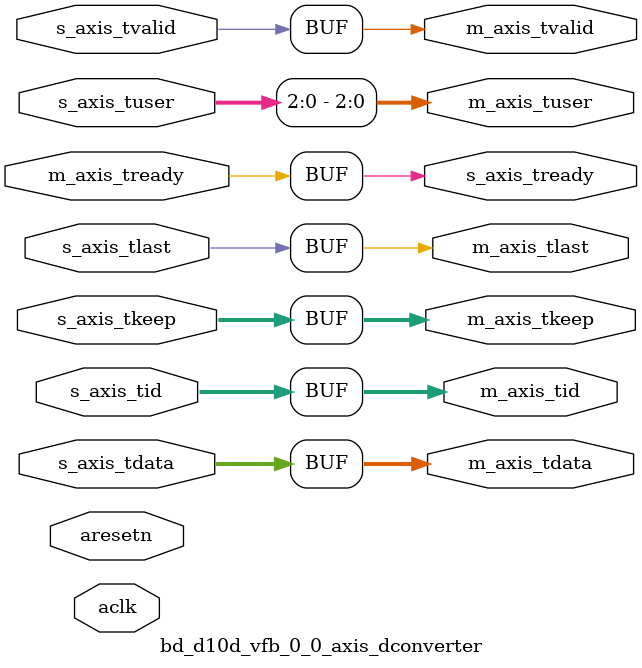
<source format=v>
`timescale 1ps/1ps
module bd_d10d_vfb_0_0_axis_dconverter (
  input aclk,
  input aresetn,
  input s_axis_tvalid,
  output s_axis_tready,
  input [64-1:0] s_axis_tdata,
  input [8-1:0] s_axis_tkeep,
  input [32-1:0]  s_axis_tid,
  input [24-1:0] s_axis_tuser,
  input s_axis_tlast,
  output m_axis_tvalid,
  input m_axis_tready,
  output [64-1:0] m_axis_tdata,
  output [8-1:0] m_axis_tkeep,
  output [32-1:0]  m_axis_tid,
  output [3-1:0] m_axis_tuser,
  output m_axis_tlast
);
  assign m_axis_tvalid = s_axis_tvalid;
  assign m_axis_tdata  = s_axis_tdata ;
  assign m_axis_tkeep  = s_axis_tkeep ;
  assign m_axis_tid    = s_axis_tid   ;
  assign m_axis_tuser  = s_axis_tuser ;
  assign m_axis_tlast  = s_axis_tlast ;
  assign s_axis_tready = m_axis_tready;

endmodule

</source>
